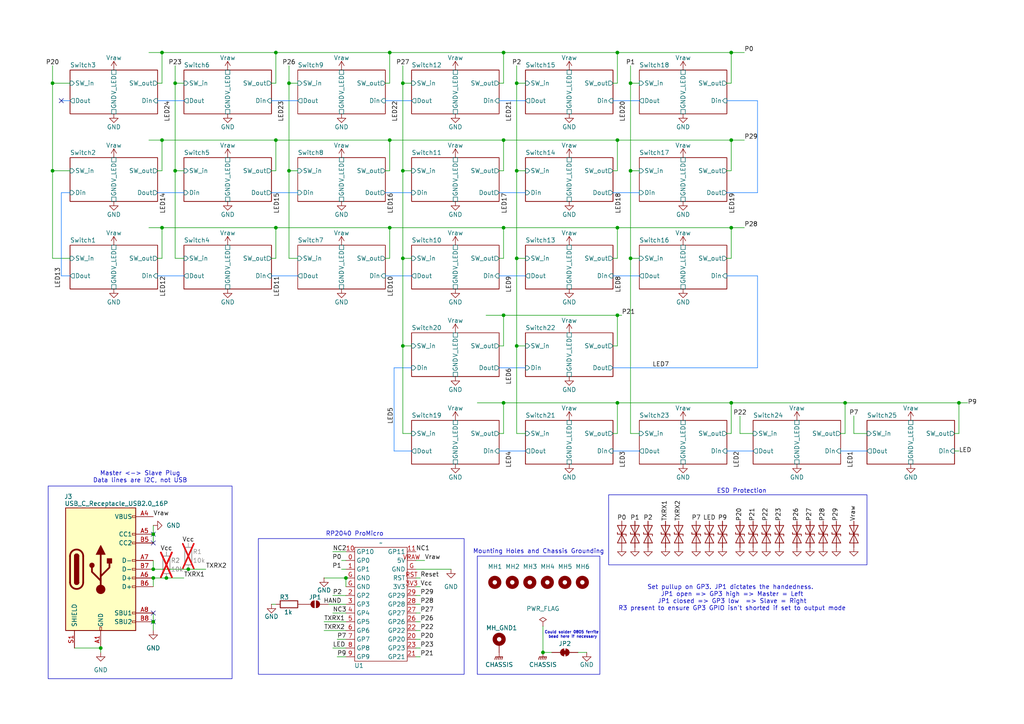
<source format=kicad_sch>
(kicad_sch (version 20231120) (generator "eeschema") (generator_version "8.0")
  (paper "A4")
  (junction (at 15.24 24.13))
  (junction (at 146.05 66.04))
  (junction (at 212.09 66.04))
  (junction (at 245.11 116.84))
  (junction (at 182.88 24.13))
  (junction (at 149.86 24.13))
  (junction (at 116.84 100.33))
  (junction (at 146.05 91.44))
  (junction (at 179.07 91.44))
  (junction (at 15.24 49.53))
  (junction (at 157.48 189.23))
  (junction (at 116.84 74.93))
  (junction (at 29.21 187.96))
  (junction (at 44.45 167.64))
  (junction (at 179.07 40.64))
  (junction (at 212.09 40.64))
  (junction (at 80.01 40.64))
  (junction (at 44.45 154.94))
  (junction (at 50.8 49.53))
  (junction (at 113.03 66.04))
  (junction (at 83.82 49.53))
  (junction (at 179.07 15.24))
  (junction (at 212.09 116.84))
  (junction (at 212.09 15.24))
  (junction (at 46.99 40.64))
  (junction (at 54.61 165.1))
  (junction (at 46.99 66.04))
  (junction (at 83.82 24.13))
  (junction (at 146.05 15.24))
  (junction (at 149.86 100.33))
  (junction (at 80.01 15.24))
  (junction (at 182.88 74.93))
  (junction (at 116.84 49.53))
  (junction (at 146.05 116.84))
  (junction (at 80.01 66.04))
  (junction (at 100.33 167.64))
  (junction (at 179.07 116.84))
  (junction (at 179.07 66.04))
  (junction (at 146.05 40.64))
  (junction (at 149.86 74.93))
  (junction (at 44.45 165.1))
  (junction (at 44.45 180.34))
  (junction (at 278.13 116.84))
  (junction (at 46.99 15.24))
  (junction (at 48.26 167.64))
  (junction (at 149.86 49.53))
  (junction (at 113.03 40.64))
  (junction (at 50.8 24.13))
  (junction (at 116.84 24.13))
  (junction (at 182.88 49.53))
  (junction (at 113.03 15.24))
  (no_connect (at 44.45 177.8))
  (no_connect (at 44.45 154.94))
  (no_connect (at 44.45 157.48))
  (no_connect (at 44.45 180.34))
  (no_connect (at 17.78 29.21))
  (wire (pts (xy 93.98 167.64) (xy 100.33 167.64)))
  (wire (pts (xy 182.88 74.93) (xy 185.42 74.93)))
  (wire (pts (xy 46.99 49.53) (xy 46.99 40.64)))
  (wire (pts (xy 121.92 175.26) (xy 120.65 175.26)))
  (wire (pts (xy 96.52 187.96) (xy 100.33 187.96)))
  (wire (pts (xy 99.06 162.56) (xy 100.33 162.56)))
  (wire (pts (xy 243.84 125.73) (xy 245.11 125.73)))
  (wire (pts (xy 78.74 175.26) (xy 80.01 175.26)))
  (wire (pts (xy 46.99 66.04) (xy 80.01 66.04)))
  (wire (pts (xy 121.92 177.8) (xy 120.65 177.8)))
  (wire (pts (xy 93.98 182.88) (xy 100.33 182.88)))
  (wire (pts (xy 210.82 130.81) (xy 218.44 130.81)) (stroke (width 0) (color 3 116 255 1)))
  (wire (pts (xy 121.92 180.34) (xy 120.65 180.34)))
  (wire (pts (xy 146.05 100.33) (xy 146.05 91.44)))
  (wire (pts (xy 80.01 24.13) (xy 80.01 15.24)))
  (wire (pts (xy 214.63 120.65) (xy 214.63 125.73)))
  (wire (pts (xy 149.86 100.33) (xy 152.4 100.33)))
  (wire (pts (xy 177.8 80.01) (xy 185.42 80.01)) (stroke (width 0) (color 3 116 255 1)))
  (wire (pts (xy 149.86 19.05) (xy 149.86 24.13)))
  (wire (pts (xy 182.88 74.93) (xy 182.88 125.73)))
  (wire (pts (xy 111.76 55.88) (xy 119.38 55.88)) (stroke (width 0) (color 3 116 255 1)))
  (wire (pts (xy 245.11 125.73) (xy 245.11 116.84)))
  (wire (pts (xy 167.64 189.23) (xy 170.18 189.23)))
  (wire (pts (xy 144.78 24.13) (xy 146.05 24.13)))
  (wire (pts (xy 50.8 24.13) (xy 53.34 24.13)))
  (wire (pts (xy 116.84 24.13) (xy 116.84 49.53)))
  (wire (pts (xy 45.72 24.13) (xy 46.99 24.13)))
  (wire (pts (xy 78.74 49.53) (xy 80.01 49.53)))
  (wire (pts (xy 45.72 80.01) (xy 53.34 80.01)) (stroke (width 0) (color 3 116 255 1)))
  (wire (pts (xy 44.45 165.1) (xy 54.61 165.1)))
  (wire (pts (xy 149.86 24.13) (xy 152.4 24.13)))
  (wire (pts (xy 182.88 19.05) (xy 182.88 24.13)))
  (wire (pts (xy 144.78 80.01) (xy 152.4 80.01)) (stroke (width 0) (color 3 116 255 1)))
  (wire (pts (xy 210.82 55.88) (xy 219.71 55.88)) (stroke (width 0) (color 3 116 255 1)))
  (wire (pts (xy 111.76 74.93) (xy 113.03 74.93)))
  (wire (pts (xy 212.09 116.84) (xy 245.11 116.84)))
  (wire (pts (xy 179.07 100.33) (xy 179.07 91.44)))
  (wire (pts (xy 182.88 125.73) (xy 185.42 125.73)))
  (wire (pts (xy 96.52 177.8) (xy 100.33 177.8)))
  (wire (pts (xy 44.45 154.94) (xy 44.45 157.48)))
  (wire (pts (xy 149.86 125.73) (xy 152.4 125.73)))
  (wire (pts (xy 149.86 24.13) (xy 149.86 49.53)))
  (wire (pts (xy 111.76 24.13) (xy 113.03 24.13)))
  (wire (pts (xy 179.07 74.93) (xy 179.07 66.04)))
  (wire (pts (xy 212.09 49.53) (xy 212.09 40.64)))
  (wire (pts (xy 80.01 74.93) (xy 80.01 66.04)))
  (wire (pts (xy 46.99 40.64) (xy 80.01 40.64)))
  (wire (pts (xy 146.05 24.13) (xy 146.05 15.24)))
  (wire (pts (xy 144.78 100.33) (xy 146.05 100.33)))
  (wire (pts (xy 119.38 130.81) (xy 114.3 130.81)) (stroke (width 0) (color 3 116 255 1)))
  (wire (pts (xy 45.72 74.93) (xy 46.99 74.93)))
  (wire (pts (xy 146.05 15.24) (xy 179.07 15.24)))
  (wire (pts (xy 146.05 66.04) (xy 179.07 66.04)))
  (wire (pts (xy 182.88 49.53) (xy 182.88 74.93)))
  (wire (pts (xy 80.01 66.04) (xy 113.03 66.04)))
  (wire (pts (xy 80.01 49.53) (xy 80.01 40.64)))
  (wire (pts (xy 29.21 189.23) (xy 29.21 187.96)))
  (wire (pts (xy 83.82 49.53) (xy 86.36 49.53)))
  (wire (pts (xy 144.78 130.81) (xy 152.4 130.81)) (stroke (width 0) (color 3 116 255 1)))
  (wire (pts (xy 113.03 24.13) (xy 113.03 15.24)))
  (wire (pts (xy 177.8 130.81) (xy 185.42 130.81)) (stroke (width 0) (color 3 116 255 1)))
  (wire (pts (xy 210.82 74.93) (xy 212.09 74.93)))
  (wire (pts (xy 83.82 24.13) (xy 83.82 49.53)))
  (wire (pts (xy 121.92 170.18) (xy 120.65 170.18)))
  (wire (pts (xy 179.07 116.84) (xy 212.09 116.84)))
  (wire (pts (xy 179.07 24.13) (xy 179.07 15.24)))
  (wire (pts (xy 116.84 125.73) (xy 119.38 125.73)))
  (wire (pts (xy 278.13 125.73) (xy 278.13 116.84)))
  (wire (pts (xy 113.03 66.04) (xy 146.05 66.04)))
  (wire (pts (xy 144.78 106.68) (xy 152.4 106.68)) (stroke (width 0) (color 3 116 255 1)))
  (wire (pts (xy 219.71 55.88) (xy 219.71 29.21)) (stroke (width 0) (color 3 116 255 1)))
  (wire (pts (xy 247.65 120.65) (xy 247.65 125.73)))
  (wire (pts (xy 44.45 167.64) (xy 44.45 170.18)))
  (wire (pts (xy 120.65 165.1) (xy 130.81 165.1)))
  (wire (pts (xy 29.21 187.96) (xy 21.59 187.96)))
  (wire (pts (xy 111.76 29.21) (xy 119.38 29.21)) (stroke (width 0) (color 3 116 255 1)))
  (wire (pts (xy 243.84 130.81) (xy 251.46 130.81)) (stroke (width 0) (color 3 116 255 1)))
  (wire (pts (xy 177.8 49.53) (xy 179.07 49.53)))
  (wire (pts (xy 116.84 49.53) (xy 119.38 49.53)))
  (wire (pts (xy 78.74 74.93) (xy 80.01 74.93)))
  (wire (pts (xy 78.74 24.13) (xy 80.01 24.13)))
  (wire (pts (xy 214.63 125.73) (xy 218.44 125.73)))
  (wire (pts (xy 121.92 172.72) (xy 120.65 172.72)))
  (wire (pts (xy 17.78 29.21) (xy 20.32 29.21)) (stroke (width 0) (color 3 116 255 1)))
  (wire (pts (xy 149.86 49.53) (xy 149.86 74.93)))
  (wire (pts (xy 146.05 74.93) (xy 146.05 66.04)))
  (wire (pts (xy 83.82 49.53) (xy 83.82 74.93)))
  (wire (pts (xy 99.06 165.1) (xy 100.33 165.1)))
  (wire (pts (xy 113.03 40.64) (xy 146.05 40.64)))
  (wire (pts (xy 182.88 49.53) (xy 185.42 49.53)))
  (wire (pts (xy 116.84 49.53) (xy 116.84 74.93)))
  (wire (pts (xy 182.88 24.13) (xy 182.88 49.53)))
  (wire (pts (xy 116.84 74.93) (xy 116.84 100.33)))
  (wire (pts (xy 78.74 55.88) (xy 86.36 55.88)) (stroke (width 0) (color 3 116 255 1)))
  (wire (pts (xy 177.8 24.13) (xy 179.07 24.13)))
  (wire (pts (xy 210.82 125.73) (xy 212.09 125.73)))
  (wire (pts (xy 146.05 40.64) (xy 179.07 40.64)))
  (wire (pts (xy 212.09 40.64) (xy 215.9 40.64)))
  (wire (pts (xy 46.99 15.24) (xy 80.01 15.24)))
  (wire (pts (xy 276.86 125.73) (xy 278.13 125.73)))
  (wire (pts (xy 48.26 167.64) (xy 53.34 167.64)))
  (wire (pts (xy 116.84 24.13) (xy 119.38 24.13)))
  (wire (pts (xy 45.72 55.88) (xy 53.34 55.88)) (stroke (width 0) (color 3 116 255 1)))
  (wire (pts (xy 50.8 49.53) (xy 50.8 74.93)))
  (wire (pts (xy 179.07 15.24) (xy 212.09 15.24)))
  (wire (pts (xy 50.8 74.93) (xy 53.34 74.93)))
  (wire (pts (xy 157.48 181.61) (xy 157.48 189.23)))
  (wire (pts (xy 177.8 100.33) (xy 179.07 100.33)))
  (wire (pts (xy 59.69 165.1) (xy 54.61 165.1)))
  (wire (pts (xy 212.09 66.04) (xy 215.9 66.04)))
  (wire (pts (xy 17.78 55.88) (xy 20.32 55.88)) (stroke (width 0) (color 3 116 255 1)))
  (wire (pts (xy 78.74 29.21) (xy 86.36 29.21)) (stroke (width 0) (color 3 116 255 1)))
  (wire (pts (xy 144.78 49.53) (xy 146.05 49.53)))
  (wire (pts (xy 245.11 116.84) (xy 278.13 116.84)))
  (wire (pts (xy 177.8 74.93) (xy 179.07 74.93)))
  (wire (pts (xy 100.33 167.64) (xy 100.33 170.18)))
  (wire (pts (xy 210.82 49.53) (xy 212.09 49.53)))
  (wire (pts (xy 43.18 40.64) (xy 46.99 40.64)))
  (wire (pts (xy 219.71 29.21) (xy 210.82 29.21)) (stroke (width 0) (color 3 116 255 1)))
  (wire (pts (xy 15.24 24.13) (xy 15.24 49.53)))
  (wire (pts (xy 43.18 15.24) (xy 46.99 15.24)))
  (wire (pts (xy 144.78 55.88) (xy 152.4 55.88)) (stroke (width 0) (color 3 116 255 1)))
  (wire (pts (xy 83.82 24.13) (xy 86.36 24.13)))
  (wire (pts (xy 212.09 125.73) (xy 212.09 116.84)))
  (wire (pts (xy 15.24 49.53) (xy 20.32 49.53)))
  (wire (pts (xy 182.88 24.13) (xy 185.42 24.13)))
  (wire (pts (xy 44.45 165.1) (xy 44.45 162.56)))
  (wire (pts (xy 121.92 190.5) (xy 120.65 190.5)))
  (wire (pts (xy 114.3 130.81) (xy 114.3 106.68)) (stroke (width 0) (color 3 116 255 1)))
  (wire (pts (xy 15.24 24.13) (xy 20.32 24.13)))
  (wire (pts (xy 114.3 106.68) (xy 119.38 106.68)) (stroke (width 0) (color 3 116 255 1)))
  (wire (pts (xy 140.97 91.44) (xy 146.05 91.44)))
  (wire (pts (xy 212.09 24.13) (xy 212.09 15.24)))
  (wire (pts (xy 146.05 91.44) (xy 179.07 91.44)))
  (wire (pts (xy 219.71 106.68) (xy 219.71 80.01)) (stroke (width 0) (color 3 116 255 1)))
  (wire (pts (xy 149.86 74.93) (xy 152.4 74.93)))
  (wire (pts (xy 111.76 49.53) (xy 113.03 49.53)))
  (wire (pts (xy 113.03 49.53) (xy 113.03 40.64)))
  (wire (pts (xy 93.98 180.34) (xy 100.33 180.34)))
  (wire (pts (xy 50.8 19.05) (xy 50.8 24.13)))
  (wire (pts (xy 157.48 189.23) (xy 160.02 189.23)))
  (wire (pts (xy 149.86 49.53) (xy 152.4 49.53)))
  (wire (pts (xy 45.72 49.53) (xy 46.99 49.53)))
  (wire (pts (xy 80.01 15.24) (xy 113.03 15.24)))
  (wire (pts (xy 144.78 29.21) (xy 152.4 29.21)) (stroke (width 0) (color 3 116 255 1)))
  (wire (pts (xy 179.07 49.53) (xy 179.07 40.64)))
  (wire (pts (xy 83.82 74.93) (xy 86.36 74.93)))
  (wire (pts (xy 144.78 125.73) (xy 146.05 125.73)))
  (wire (pts (xy 179.07 91.44) (xy 180.34 91.44)))
  (wire (pts (xy 17.78 80.01) (xy 17.78 55.88)) (stroke (width 0) (color 3 116 255 1)))
  (wire (pts (xy 97.79 185.42) (xy 100.33 185.42)))
  (wire (pts (xy 247.65 125.73) (xy 251.46 125.73)))
  (wire (pts (xy 15.24 74.93) (xy 20.32 74.93)))
  (wire (pts (xy 97.79 190.5) (xy 100.33 190.5)))
  (wire (pts (xy 121.92 167.64) (xy 120.65 167.64)))
  (wire (pts (xy 177.8 55.88) (xy 185.42 55.88)) (stroke (width 0) (color 3 116 255 1)))
  (wire (pts (xy 111.76 80.01) (xy 119.38 80.01)) (stroke (width 0) (color 3 116 255 1)))
  (wire (pts (xy 146.05 116.84) (xy 179.07 116.84)))
  (wire (pts (xy 121.92 187.96) (xy 120.65 187.96)))
  (wire (pts (xy 219.71 80.01) (xy 210.82 80.01)) (stroke (width 0) (color 3 116 255 1)))
  (wire (pts (xy 113.03 74.93) (xy 113.03 66.04)))
  (wire (pts (xy 278.13 116.84) (xy 280.67 116.84)))
  (wire (pts (xy 149.86 74.93) (xy 149.86 100.33)))
  (wire (pts (xy 80.01 40.64) (xy 113.03 40.64)))
  (wire (pts (xy 45.72 29.21) (xy 53.34 29.21)) (stroke (width 0) (color 3 116 255 1)))
  (wire (pts (xy 212.09 74.93) (xy 212.09 66.04)))
  (wire (pts (xy 44.45 177.8) (xy 44.45 180.34)))
  (wire (pts (xy 50.8 49.53) (xy 53.34 49.53)))
  (wire (pts (xy 46.99 74.93) (xy 46.99 66.04)))
  (wire (pts (xy 146.05 125.73) (xy 146.05 116.84)))
  (wire (pts (xy 212.09 15.24) (xy 215.9 15.24)))
  (wire (pts (xy 96.52 172.72) (xy 100.33 172.72)))
  (wire (pts (xy 113.03 15.24) (xy 146.05 15.24)))
  (wire (pts (xy 15.24 49.53) (xy 15.24 74.93)))
  (wire (pts (xy 278.13 130.81) (xy 276.86 130.81)))
  (wire (pts (xy 144.78 74.93) (xy 146.05 74.93)))
  (wire (pts (xy 44.45 167.64) (xy 48.26 167.64)))
  (wire (pts (xy 116.84 100.33) (xy 119.38 100.33)))
  (wire (pts (xy 95.25 175.26) (xy 100.33 175.26)))
  (wire (pts (xy 43.18 66.04) (xy 46.99 66.04)))
  (wire (pts (xy 44.45 180.34) (xy 44.45 182.88)))
  (wire (pts (xy 210.82 24.13) (xy 212.09 24.13)))
  (wire (pts (xy 78.74 80.01) (xy 86.36 80.01)) (stroke (width 0) (color 3 116 255 1)))
  (wire (pts (xy 121.92 185.42) (xy 120.65 185.42)))
  (wire (pts (xy 179.07 125.73) (xy 179.07 116.84)))
  (wire (pts (xy 177.8 125.73) (xy 179.07 125.73)))
  (wire (pts (xy 96.52 160.02) (xy 100.33 160.02)))
  (wire (pts (xy 177.8 29.21) (xy 185.42 29.21)) (stroke (width 0) (color 3 116 255 1)))
  (wire (pts (xy 20.32 80.01) (xy 17.78 80.01)) (stroke (width 0) (color 3 116 255 1)))
  (wire (pts (xy 50.8 24.13) (xy 50.8 49.53)))
  (wire (pts (xy 116.84 19.05) (xy 116.84 24.13)))
  (wire (pts (xy 179.07 66.04) (xy 212.09 66.04)))
  (wire (pts (xy 15.24 19.05) (xy 15.24 24.13)))
  (wire (pts (xy 83.82 19.05) (xy 83.82 24.13)))
  (wire (pts (xy 123.19 162.56) (xy 120.65 162.56)))
  (wire (pts (xy 44.45 152.4) (xy 44.45 154.94)))
  (wire (pts (xy 146.05 49.53) (xy 146.05 40.64)))
  (wire (pts (xy 149.86 100.33) (xy 149.86 125.73)))
  (wire (pts (xy 46.99 24.13) (xy 46.99 15.24)))
  (wire (pts (xy 179.07 40.64) (xy 212.09 40.64)))
  (wire (pts (xy 121.92 182.88) (xy 120.65 182.88)))
  (wire (pts (xy 138.43 116.84) (xy 146.05 116.84)))
  (wire (pts (xy 116.84 74.93) (xy 119.38 74.93)))
  (wire (pts (xy 116.84 100.33) (xy 116.84 125.73)))
  (wire (pts (xy 177.8 106.68) (xy 219.71 106.68)) (stroke (width 0) (color 3 116 255 1)))
  (rectangle (start 74.93 156.21) (end 134.62 195.58))
  (rectangle (start 176.53 143.51) (end 251.46 163.83))
  (rectangle (start 138.43 161.29) (end 173.99 195.58))
  (rectangle (start 13.97 140.97) (end 67.31 196.85))
  (text "Could solder 0805 ferrite \nbead here if necessary" (at 166.116 184.15 0) (effects (font (size 0.8 0.8))))
  (text "Mounting Holes and Chassis Grounding" (at 156.21 160.02 0) (effects (font (size 1.27 1.27))))
  (text "RP2040 ProMicro" (at 102.87 154.94 0) (effects (font (size 1.27 1.27))))
  (text "Master <-> Slave Plug\nData lines are I2C, not USB" (at 40.64 138.43 0) (effects (font (size 1.27 1.27))))
  (text "ESD Protection" (at 215.138 142.494 0) (effects (font (size 1.27 1.27))))
  (text "Set pullup on GP3. JP1 dictates the handedness. \nJP1 open => GP3 high => Master = Left\nJP1 closed => GP3 low  => Slave = Right\nR3 present to ensure GP3 GPIO isn't shorted if set to output mode" (at 212.344 173.482 0) (effects (font (size 1.27 1.27))))
  (label "LED20" (at 181.61 29.21 270))
  (label "P7" (at 201.93 151.13 0))
  (label "P21" (at 180.34 91.44 0))
  (label "LED24" (at 49.53 29.21 270))
  (label "LED5" (at 114.3 118.11 270))
  (label "LED" (at 96.52 187.96 0))
  (label "P21" (at 218.44 151.13 90))
  (label "Vraw" (at 247.65 151.13 90))
  (label "P20" (at 15.24 19.05 0))
  (label "LED14" (at 48.26 55.88 270))
  (label "P29" (at 121.92 172.72 0))
  (label "P26" (at 83.82 19.05 0))
  (label "P23" (at 50.8 19.05 0))
  (label "P28" (at 215.9 66.04 0))
  (label "LED2" (at 214.63 130.81 270))
  (label "LED15" (at 81.28 55.88 270))
  (label "LED19" (at 213.36 55.88 270))
  (label "TXRX2" (at 59.69 165.1 0))
  (label "LED11" (at 81.28 80.01 270))
  (label "LED18" (at 180.34 55.88 270))
  (label "P20" (at 121.92 185.42 0))
  (label "NC1" (at 120.65 160.02 0))
  (label "LED3" (at 181.61 130.81 270))
  (label "P0" (at 180.34 151.13 0))
  (label "LED8" (at 180.34 80.01 270))
  (label "LED10" (at 114.3 80.01 270))
  (label "LED" (at 278.13 130.81 0))
  (label "P27" (at 234.95 151.13 90))
  (label "LED6" (at 148.59 106.68 270))
  (label "NC3" (at 96.52 177.8 0))
  (label "LED1" (at 247.65 130.81 270))
  (label "P26" (at 231.14 151.13 90))
  (label "LED12" (at 48.26 80.01 270))
  (label "LED" (at 205.74 151.13 0))
  (label "P28" (at 121.92 175.26 0))
  (label "TXRX1" (at 193.04 151.13 90))
  (label "P0" (at 215.9 15.24 0))
  (label "P7" (at 97.79 185.42 0))
  (label "LED23" (at 82.55 29.21 270))
  (label "P27" (at 121.92 177.8 0))
  (label "LED21" (at 148.59 29.21 270))
  (label "P9" (at 280.67 116.84 0))
  (label "LED17" (at 147.32 55.88 270))
  (label "P20" (at 214.63 151.13 90))
  (label "P28" (at 238.76 151.13 90))
  (label "TXRX1" (at 53.34 167.64 0))
  (label "HAND" (at 99.06 175.26 180))
  (label "P7" (at 247.65 120.65 0))
  (label "P22" (at 121.92 182.88 0))
  (label "P2" (at 149.86 19.05 0))
  (label "P22" (at 214.63 120.65 0))
  (label "LED13" (at 17.78 77.47 270))
  (label "P9" (at 209.55 151.13 0))
  (label "P1" (at 99.06 165.1 180))
  (label "TXRX1" (at 93.98 180.34 0))
  (label "Vcc" (at 121.92 170.18 0))
  (label "P2" (at 96.52 172.72 0))
  (label "LED4" (at 148.59 130.81 270))
  (label "P26" (at 121.92 180.34 0))
  (label "P2" (at 187.96 151.13 0))
  (label "LED9" (at 148.59 80.01 270))
  (label "P1" (at 184.15 151.13 0))
  (label "P29" (at 215.9 40.64 0))
  (label "LED16" (at 114.3 55.88 270))
  (label "P23" (at 226.06 151.13 90))
  (label "TXRX2" (at 93.98 182.88 0))
  (label "P0" (at 99.06 162.56 180))
  (label "Vcc" (at 54.61 157.48 0))
  (label "P21" (at 121.92 190.5 0))
  (label "TXRX2" (at 196.85 151.13 90))
  (label "P27" (at 116.84 19.05 0))
  (label "LED7" (at 189.23 106.68 0))
  (label "Reset" (at 121.92 167.64 0))
  (label "NC2" (at 96.52 160.02 0))
  (label "P23" (at 121.92 187.96 0))
  (label "Vraw" (at 123.19 162.56 0))
  (label "Vcc" (at 48.26 160.02 0))
  (label "P22" (at 222.25 151.13 90))
  (label "LED22" (at 115.57 29.21 270))
  (label "P29" (at 242.57 151.13 90))
  (label "P9" (at 97.79 190.5 0))
  (label "Vraw" (at 44.45 149.86 0))
  (label "P1" (at 182.88 19.05 0))
  (symbol (lib_id "power:GND") (at 180.34 158.75 0) (unit 1)
    (property "Reference" "#PWR055" (effects (hide yes)))
    (property "Value" "GND" (effects (hide yes)))
    (property "Description" "Power symbol creates a global label with name \"GND\" , ground" (effects (hide yes)))
  )
  (symbol (lib_id "Mechanical:MountingHole") (at 158.75 168.91 0) (unit 1) (exclude_from_sim yes) (in_bom no)
    (property "Reference" "MH4" (at 156.718 164.338 0) (effects (justify left)))
    (property "Value" "MountingHole_Pad" (effects (hide yes)))
    (property "Footprint" "MountingHole:MountingHole_3mm_Pad_Via" (effects (hide yes)))
    (property "Description" "Mounting Hole without connection" (effects (hide yes)))
  )
  (symbol (lib_id "Mechanical:MountingHole") (at 143.51 168.91 0) (unit 1) (exclude_from_sim yes) (in_bom no)
    (property "Reference" "MH1" (at 141.478 164.338 0) (effects (justify left)))
    (property "Value" "MountingHole_Pad" (effects (hide yes)))
    (property "Footprint" "MountingHole:MountingHole_3mm_Pad_Via" (effects (hide yes)))
    (property "Description" "Mounting Hole without connection" (effects (hide yes)))
  )
  (symbol (lib_id "power:VCC") (at 132.08 45.72 0) (unit 1)
    (property "Reference" "#PWR024" (effects (hide yes)))
    (property "Value" "Vraw" (at 132.08 42.164 0))
    (property "Description" "Power symbol creates a global label with name \"VCC\"" (effects (hide yes)))
  )
  (symbol (lib_id "Diode:ESD9B3.3ST5G") (at 226.06 154.94 90) (unit 1)
    (property "Reference" "D37" (effects (hide yes)))
    (property "Value" "ESD5Z5.0C" (effects (hide yes)))
    (property "Footprint" "Diode_SMD:D_SOD-523" (effects (hide yes)))
    (property "Datasheet" "https://www.onsemi.com/pub/Collateral/ESD9B-D.PDF" (effects (hide yes)))
    (property "Description" "ESD protection diode, 5Vrwm, SOD-523" (effects (hide yes)))
  )
  (symbol (lib_id "power:GND") (at 264.16 134.62 0) (unit 1)
    (property "Reference" "#PWR053" (effects (hide yes)))
    (property "Value" "GND" (at 264.16 138.43 0))
    (property "Description" "Power symbol creates a global label with name \"GND\" , ground" (effects (hide yes)))
  )
  (symbol (lib_id "power:GND") (at 99.06 83.82 0) (unit 1)
    (property "Reference" "#PWR017" (effects (hide yes)))
    (property "Value" "GND" (at 99.06 87.63 0))
    (property "Description" "Power symbol creates a global label with name \"GND\" , ground" (effects (hide yes)))
  )
  (symbol (lib_id "power:VCC") (at 198.12 20.32 0) (unit 1)
    (property "Reference" "#PWR038" (effects (hide yes)))
    (property "Value" "Vraw" (at 198.12 16.764 0))
    (property "Description" "Power symbol creates a global label with name \"VCC\"" (effects (hide yes)))
  )
  (symbol (lib_id "power:VCC") (at 132.08 20.32 0) (unit 1)
    (property "Reference" "#PWR026" (effects (hide yes)))
    (property "Value" "Vraw" (at 132.08 16.764 0))
    (property "Description" "Power symbol creates a global label with name \"VCC\"" (effects (hide yes)))
  )
  (symbol (lib_id "power:VCC") (at 198.12 121.92 0) (unit 1)
    (property "Reference" "#PWR048" (effects (hide yes)))
    (property "Value" "Vraw" (at 198.12 118.364 0))
    (property "Description" "Power symbol creates a global label with name \"VCC\"" (effects (hide yes)))
  )
  (symbol (lib_id "Diode:ESD9B3.3ST5G") (at 231.14 154.94 90) (unit 1)
    (property "Reference" "D38" (effects (hide yes)))
    (property "Value" "ESD5Z5.0C" (effects (hide yes)))
    (property "Footprint" "Diode_SMD:D_SOD-523" (effects (hide yes)))
    (property "Datasheet" "https://www.onsemi.com/pub/Collateral/ESD9B-D.PDF" (effects (hide yes)))
    (property "Description" "ESD protection diode, 5Vrwm, SOD-523" (effects (hide yes)))
  )
  (symbol (lib_id "power:VCC") (at 99.06 45.72 0) (unit 1)
    (property "Reference" "#PWR018" (effects (hide yes)))
    (property "Value" "Vraw" (at 99.06 42.164 0))
    (property "Description" "Power symbol creates a global label with name \"VCC\"" (effects (hide yes)))
  )
  (symbol (lib_id "power:GND") (at 198.12 83.82 0) (unit 1)
    (property "Reference" "#PWR035" (effects (hide yes)))
    (property "Value" "GND" (at 198.12 87.63 0))
    (property "Description" "Power symbol creates a global label with name \"GND\" , ground" (effects (hide yes)))
  )
  (symbol (lib_id "power:GND") (at 218.44 158.75 0) (unit 1)
    (property "Reference" "#PWR064" (effects (hide yes)))
    (property "Value" "GND" (effects (hide yes)))
    (property "Description" "Power symbol creates a global label with name \"GND\" , ground" (effects (hide yes)))
  )
  (symbol (lib_id "Diode:ESD9B3.3ST5G") (at 184.15 154.94 90) (unit 1)
    (property "Reference" "D27" (effects (hide yes)))
    (property "Value" "ESD5Z5.0C" (effects (hide yes)))
    (property "Footprint" "Diode_SMD:D_SOD-523" (effects (hide yes)))
    (property "Datasheet" "https://www.onsemi.com/pub/Collateral/ESD9B-D.PDF" (effects (hide yes)))
    (property "Description" "ESD protection diode, 5Vrwm, SOD-523" (effects (hide yes)))
  )
  (symbol (lib_id "power:GND") (at 196.85 158.75 0) (unit 1)
    (property "Reference" "#PWR059" (effects (hide yes)))
    (property "Value" "GND" (effects (hide yes)))
    (property "Description" "Power symbol creates a global label with name \"GND\" , ground" (effects (hide yes)))
  )
  (symbol (lib_id "power:GND") (at 99.06 33.02 0) (unit 1)
    (property "Reference" "#PWR021" (effects (hide yes)))
    (property "Value" "GND" (at 99.06 36.83 0))
    (property "Description" "Power symbol creates a global label with name \"GND\" , ground" (effects (hide yes)))
  )
  (symbol (lib_id "power:GND") (at 66.04 33.02 0) (unit 1)
    (property "Reference" "#PWR015" (effects (hide yes)))
    (property "Value" "GND" (at 66.04 36.83 0))
    (property "Description" "Power symbol creates a global label with name \"GND\" , ground" (effects (hide yes)))
  )
  (symbol (lib_id "Device:R") (at 54.61 161.29 0) (unit 1) (dnp yes)
    (property "Reference" "R1" (at 55.88 160.02 0) (effects (justify left)))
    (property "Value" "10k" (at 55.88 162.56 0) (effects (justify left)))
    (property "Footprint" "Resistor_SMD:R_0805_2012Metric_Pad1.20x1.40mm_HandSolder" (effects (hide yes)))
    (property "Description" "Resistor" (effects (hide yes)))
  )
  (symbol (lib_id "Diode:ESD9B3.3ST5G") (at 218.44 154.94 90) (unit 1)
    (property "Reference" "D35" (effects (hide yes)))
    (property "Value" "ESD5Z5.0C" (effects (hide yes)))
    (property "Footprint" "Diode_SMD:D_SOD-523" (effects (hide yes)))
    (property "Datasheet" "https://www.onsemi.com/pub/Collateral/ESD9B-D.PDF" (effects (hide yes)))
    (property "Description" "ESD protection diode, 5Vrwm, SOD-523" (effects (hide yes)))
  )
  (symbol (lib_id "power:VCC") (at 198.12 71.12 0) (unit 1)
    (property "Reference" "#PWR034" (effects (hide yes)))
    (property "Value" "Vraw" (at 198.12 67.564 0))
    (property "Description" "Power symbol creates a global label with name \"VCC\"" (effects (hide yes)))
  )
  (symbol (lib_id "power:GND") (at 44.45 182.88 0) (unit 1)
    (property "Reference" "#PWR075" (effects (hide yes)))
    (property "Value" "GND" (at 44.45 187.96 0))
    (property "Description" "Power symbol creates a global label with name \"GND\" , ground" (effects (hide yes)))
  )
  (symbol (lib_id "Diode:ESD9B3.3ST5G") (at 214.63 154.94 90) (unit 1)
    (property "Reference" "D34" (effects (hide yes)))
    (property "Value" "ESD5Z5.0C" (effects (hide yes)))
    (property "Footprint" "Diode_SMD:D_SOD-523" (effects (hide yes)))
    (property "Datasheet" "https://www.onsemi.com/pub/Collateral/ESD9B-D.PDF" (effects (hide yes)))
    (property "Description" "ESD protection diode, 5Vrwm, SOD-523" (effects (hide yes)))
  )
  (symbol (lib_id "power:GND") (at 29.21 189.23 0) (unit 1)
    (property "Reference" "#PWR054" (effects (hide yes)))
    (property "Value" "GND" (at 29.21 194.31 0))
    (property "Description" "Power symbol creates a global label with name \"GND\" , ground" (effects (hide yes)))
  )
  (symbol (lib_id "power:VCC") (at 165.1 71.12 0) (unit 1)
    (property "Reference" "#PWR028" (effects (hide yes)))
    (property "Value" "Vraw" (at 165.1 67.564 0))
    (property "Description" "Power symbol creates a global label with name \"VCC\"" (effects (hide yes)))
  )
  (symbol (lib_id "power:GND") (at 165.1 134.62 0) (unit 1)
    (property "Reference" "#PWR045" (effects (hide yes)))
    (property "Value" "GND" (at 165.1 138.43 0))
    (property "Description" "Power symbol creates a global label with name \"GND\" , ground" (effects (hide yes)))
  )
  (symbol (lib_id "power:GND") (at 130.81 165.1 0) (unit 1)
    (property "Reference" "#PWR01" (effects (hide yes)))
    (property "Value" "GND" (at 130.81 170.18 0))
    (property "Description" "Power symbol creates a global label with name \"GND\" , ground" (effects (hide yes)))
  )
  (symbol (lib_id "RP2040ProMicro:RP2040ProMicro") (at 110.49 175.26 0) (unit 1)
    (property "Reference" "U1" (at 104.14 193.04 0))
    (property "Value" "~" (at 110.49 157.48 0))
    (property "Footprint" "RP2040ProMicroReversible:RP2040ProMicroCloneReversible" (effects (hide yes)))
  )
  (symbol (lib_id "power:GND") (at 33.02 83.82 0) (unit 1)
    (property "Reference" "#PWR04" (effects (hide yes)))
    (property "Value" "GND" (at 33.02 87.63 0))
    (property "Description" "Power symbol creates a global label with name \"GND\" , ground" (effects (hide yes)))
  )
  (symbol (lib_id "power:GND") (at 132.08 83.82 0) (unit 1)
    (property "Reference" "#PWR023" (effects (hide yes)))
    (property "Value" "GND" (at 132.08 87.63 0))
    (property "Description" "Power symbol creates a global label with name \"GND\" , ground" (effects (hide yes)))
  )
  (symbol (lib_id "Device:R") (at 83.82 175.26 90) (unit 1)
    (property "Reference" "R3" (at 83.82 173.228 90) (effects (justify left)))
    (property "Value" "1k" (at 84.836 177.546 90) (effects (justify left)))
    (property "Footprint" "Resistor_SMD:R_0805_2012Metric_Pad1.20x1.40mm_HandSolder" (effects (hide yes)))
    (property "Description" "Resistor" (effects (hide yes)))
  )
  (symbol (lib_id "power:VCC") (at 66.04 20.32 0) (unit 1)
    (property "Reference" "#PWR014" (effects (hide yes)))
    (property "Value" "Vraw" (at 66.04 16.764 0))
    (property "Description" "Power symbol creates a global label with name \"VCC\"" (effects (hide yes)))
  )
  (symbol (lib_id "power:VCC") (at 132.08 71.12 0) (unit 1)
    (property "Reference" "#PWR022" (effects (hide yes)))
    (property "Value" "Vraw" (at 132.08 67.564 0))
    (property "Description" "Power symbol creates a global label with name \"VCC\"" (effects (hide yes)))
  )
  (symbol (lib_id "power:GND") (at 93.98 167.64 0) (unit 1)
    (property "Reference" "#PWR02" (effects (hide yes)))
    (property "Value" "GND" (at 93.98 171.196 0))
    (property "Description" "Power symbol creates a global label with name \"GND\" , ground" (effects (hide yes)))
  )
  (symbol (lib_id "power:VCC") (at 33.02 20.32 0) (unit 1)
    (property "Reference" "#PWR07" (effects (hide yes)))
    (property "Value" "Vraw" (at 33.02 16.764 0))
    (property "Description" "Power symbol creates a global label with name \"VCC\"" (effects (hide yes)))
  )
  (symbol (lib_id "Diode:ESD9B3.3ST5G") (at 238.76 154.94 90) (unit 1)
    (property "Reference" "D40" (effects (hide yes)))
    (property "Value" "ESD5Z5.0C" (effects (hide yes)))
    (property "Footprint" "Diode_SMD:D_SOD-523" (effects (hide yes)))
    (property "Datasheet" "https://www.onsemi.com/pub/Collateral/ESD9B-D.PDF" (effects (hide yes)))
    (property "Description" "ESD protection diode, 5Vrwm, SOD-523" (effects (hide yes)))
  )
  (symbol (lib_id "power:GND") (at 66.04 58.42 0) (unit 1)
    (property "Reference" "#PWR013" (effects (hide yes)))
    (property "Value" "GND" (at 66.04 62.23 0))
    (property "Description" "Power symbol creates a global label with name \"GND\" , ground" (effects (hide yes)))
  )
  (symbol (lib_id "Jumper:SolderJumper_2_Open") (at 91.44 175.26 180) (unit 1) (exclude_from_sim yes) (in_bom no)
    (property "Reference" "JP1" (at 93.218 173.228 0) (effects (justify left)))
    (property "Value" "SolderJumper_2_Open" (effects (hide yes)))
    (property "Footprint" "Jumper:SolderJumper-2_P1.3mm_Open_RoundedPad1.0x1.5mm" (effects (hide yes)))
    (property "Description" "Solder Jumper, 2-pole, open" (effects (hide yes)))
  )
  (symbol (lib_id "power:VCC") (at 33.02 71.12 0) (unit 1)
    (property "Reference" "#PWR010" (effects (hide yes)))
    (property "Value" "Vraw" (at 33.02 67.564 0))
    (property "Description" "Power symbol creates a global label with name \"VCC\"" (effects (hide yes)))
  )
  (symbol (lib_id "power:VCC") (at 99.06 71.12 0) (unit 1)
    (property "Reference" "#PWR016" (effects (hide yes)))
    (property "Value" "Vraw" (at 99.06 67.564 0))
    (property "Description" "Power symbol creates a global label with name \"VCC\"" (effects (hide yes)))
  )
  (symbol (lib_id "power:GND") (at 132.08 134.62 0) (unit 1)
    (property "Reference" "#PWR041" (effects (hide yes)))
    (property "Value" "GND" (at 132.08 138.43 0))
    (property "Description" "Power symbol creates a global label with name \"GND\" , ground" (effects (hide yes)))
  )
  (symbol (lib_id "power:GND") (at 234.95 158.75 0) (unit 1)
    (property "Reference" "#PWR068" (effects (hide yes)))
    (property "Value" "GND" (effects (hide yes)))
    (property "Description" "Power symbol creates a global label with name \"GND\" , ground" (effects (hide yes)))
  )
  (symbol (lib_id "power:GND") (at 165.1 58.42 0) (unit 1)
    (property "Reference" "#PWR031" (effects (hide yes)))
    (property "Value" "GND" (at 165.1 62.23 0))
    (property "Description" "Power symbol creates a global label with name \"GND\" , ground" (effects (hide yes)))
  )
  (symbol (lib_id "power:GND") (at 231.14 134.62 0) (unit 1)
    (property "Reference" "#PWR051" (effects (hide yes)))
    (property "Value" "GND" (at 231.14 138.43 0))
    (property "Description" "Power symbol creates a global label with name \"GND\" , ground" (effects (hide yes)))
  )
  (symbol (lib_id "power:GND") (at 187.96 158.75 0) (unit 1)
    (property "Reference" "#PWR057" (effects (hide yes)))
    (property "Value" "GND" (effects (hide yes)))
    (property "Description" "Power symbol creates a global label with name \"GND\" , ground" (effects (hide yes)))
  )
  (symbol (lib_id "power:VCC") (at 66.04 45.72 0) (unit 1)
    (property "Reference" "#PWR012" (effects (hide yes)))
    (property "Value" "Vraw" (at 66.04 42.164 0))
    (property "Description" "Power symbol creates a global label with name \"VCC\"" (effects (hide yes)))
  )
  (symbol (lib_id "power:VCC") (at 165.1 96.52 0) (unit 1)
    (property "Reference" "#PWR046" (effects (hide yes)))
    (property "Value" "Vraw" (at 165.1 92.964 0))
    (property "Description" "Power symbol creates a global label with name \"VCC\"" (effects (hide yes)))
  )
  (symbol (lib_id "power:GNDPWR") (at 157.48 189.23 0) (unit 1)
    (property "Reference" "#PWR072" (effects (hide yes)))
    (property "Value" "CHASSIS" (at 157.48 192.786 0))
    (property "Description" "Power symbol creates a global label with name \"GNDPWR\" , global ground" (effects (hide yes)))
  )
  (symbol (lib_id "power:VCC") (at 165.1 121.92 0) (unit 1)
    (property "Reference" "#PWR044" (effects (hide yes)))
    (property "Value" "Vraw" (at 165.1 118.364 0))
    (property "Description" "Power symbol creates a global label with name \"VCC\"" (effects (hide yes)))
  )
  (symbol (lib_id "power:VCC") (at 99.06 20.32 0) (unit 1)
    (property "Reference" "#PWR020" (effects (hide yes)))
    (property "Value" "Vraw" (at 99.06 16.764 0))
    (property "Description" "Power symbol creates a global label with name \"VCC\"" (effects (hide yes)))
  )
  (symbol (lib_id "power:VCC") (at 33.02 45.72 0) (unit 1)
    (property "Reference" "#PWR05" (effects (hide yes)))
    (property "Value" "Vraw" (at 33.02 42.164 0))
    (property "Description" "Power symbol creates a global label with name \"VCC\"" (effects (hide yes)))
  )
  (symbol (lib_id "power:GND") (at 231.14 158.75 0) (unit 1)
    (property "Reference" "#PWR067" (effects (hide yes)))
    (property "Value" "GND" (effects (hide yes)))
    (property "Description" "Power symbol creates a global label with name \"GND\" , ground" (effects (hide yes)))
  )
  (symbol (lib_id "power:GND") (at 66.04 83.82 0) (unit 1)
    (property "Reference" "#PWR011" (effects (hide yes)))
    (property "Value" "GND" (at 66.04 87.63 0))
    (property "Description" "Power symbol creates a global label with name \"GND\" , ground" (effects (hide yes)))
  )
  (symbol (lib_id "power:VCC") (at 132.08 121.92 0) (unit 1)
    (property "Reference" "#PWR040" (effects (hide yes)))
    (property "Value" "Vraw" (at 132.08 118.364 0))
    (property "Description" "Power symbol creates a global label with name \"VCC\"" (effects (hide yes)))
  )
  (symbol (lib_id "Diode:ESD9B3.3ST5G") (at 196.85 154.94 90) (unit 1)
    (property "Reference" "D30" (effects (hide yes)))
    (property "Value" "ESD5Z5.0C" (effects (hide yes)))
    (property "Footprint" "Diode_SMD:D_SOD-523" (effects (hide yes)))
    (property "Datasheet" "https://www.onsemi.com/pub/Collateral/ESD9B-D.PDF" (effects (hide yes)))
    (property "Description" "ESD protection diode, 5Vrwm, SOD-523" (effects (hide yes)))
  )
  (symbol (lib_id "power:GND") (at 226.06 158.75 0) (unit 1)
    (property "Reference" "#PWR066" (effects (hide yes)))
    (property "Value" "GND" (effects (hide yes)))
    (property "Description" "Power symbol creates a global label with name \"GND\" , ground" (effects (hide yes)))
  )
  (symbol (lib_id "Diode:ESD9B3.3ST5G") (at 222.25 154.94 90) (unit 1)
    (property "Reference" "D36" (effects (hide yes)))
    (property "Value" "ESD5Z5.0C" (effects (hide yes)))
    (property "Footprint" "Diode_SMD:D_SOD-523" (effects (hide yes)))
    (property "Datasheet" "https://www.onsemi.com/pub/Collateral/ESD9B-D.PDF" (effects (hide yes)))
    (property "Description" "ESD protection diode, 5Vrwm, SOD-523" (effects (hide yes)))
  )
  (symbol (lib_id "Mechanical:MountingHole") (at 153.67 168.91 0) (unit 1) (exclude_from_sim yes) (in_bom no)
    (property "Reference" "MH3" (at 151.638 164.338 0) (effects (justify left)))
    (property "Value" "MountingHole_Pad" (effects (hide yes)))
    (property "Footprint" "MountingHole:MountingHole_3mm_Pad_Via" (effects (hide yes)))
    (property "Description" "Mounting Hole without connection" (effects (hide yes)))
  )
  (symbol (lib_id "Jumper:SolderJumper_2_Bridged") (at 163.83 189.23 0) (unit 1) (exclude_from_sim yes) (in_bom no)
    (property "Reference" "JP2" (at 163.83 186.69 0))
    (property "Value" "SolderJumper_2_Bridged" (effects (hide yes)))
    (property "Footprint" "Jumper:SolderJumper-2_P1.3mm_Bridged_RoundedPad1.0x1.5mm" (effects (hide yes)))
    (property "Description" "Solder Jumper, 2-pole, closed/bridged" (effects (hide yes)))
  )
  (symbol (lib_id "power:GND") (at 242.57 158.75 0) (unit 1)
    (property "Reference" "#PWR070" (effects (hide yes)))
    (property "Value" "GND" (effects (hide yes)))
    (property "Description" "Power symbol creates a global label with name \"GND\" , ground" (effects (hide yes)))
  )
  (symbol (lib_id "power:GND") (at 132.08 109.22 0) (unit 1)
    (property "Reference" "#PWR043" (effects (hide yes)))
    (property "Value" "GND" (at 132.08 113.03 0))
    (property "Description" "Power symbol creates a global label with name \"GND\" , ground" (effects (hide yes)))
  )
  (symbol (lib_id "Diode:ESD9B3.3ST5G") (at 201.93 154.94 90) (unit 1)
    (property "Reference" "D31" (effects (hide yes)))
    (property "Value" "ESD5Z5.0C" (effects (hide yes)))
    (property "Footprint" "Diode_SMD:D_SOD-523" (effects (hide yes)))
    (property "Datasheet" "https://www.onsemi.com/pub/Collateral/ESD9B-D.PDF" (effects (hide yes)))
    (property "Description" "ESD protection diode, 5Vrwm, SOD-523" (effects (hide yes)))
  )
  (symbol (lib_id "Diode:ESD9B3.3ST5G") (at 187.96 154.94 90) (unit 1)
    (property "Reference" "D28" (effects (hide yes)))
    (property "Value" "ESD5Z5.0C" (effects (hide yes)))
    (property "Footprint" "Diode_SMD:D_SOD-523" (effects (hide yes)))
    (property "Datasheet" "https://www.onsemi.com/pub/Collateral/ESD9B-D.PDF" (effects (hide yes)))
    (property "Description" "ESD protection diode, 5Vrwm, SOD-523" (effects (hide yes)))
  )
  (symbol (lib_id "Mechanical:MountingHole") (at 168.91 168.91 0) (unit 1) (exclude_from_sim yes) (in_bom no)
    (property "Reference" "MH6" (at 166.878 164.338 0) (effects (justify left)))
    (property "Value" "MountingHole_Pad" (effects (hide yes)))
    (property "Footprint" "MountingHole:MountingHole_3mm_Pad_Via" (effects (hide yes)))
    (property "Description" "Mounting Hole without connection" (effects (hide yes)))
  )
  (symbol (lib_id "power:VCC") (at 231.14 121.92 0) (unit 1)
    (property "Reference" "#PWR050" (effects (hide yes)))
    (property "Value" "Vraw" (at 231.14 118.364 0))
    (property "Description" "Power symbol creates a global label with name \"VCC\"" (effects (hide yes)))
  )
  (symbol (lib_id "power:GND") (at 132.08 33.02 0) (unit 1)
    (property "Reference" "#PWR027" (effects (hide yes)))
    (property "Value" "GND" (at 132.08 36.83 0))
    (property "Description" "Power symbol creates a global label with name \"GND\" , ground" (effects (hide yes)))
  )
  (symbol (lib_id "power:GND") (at 238.76 158.75 0) (unit 1)
    (property "Reference" "#PWR069" (effects (hide yes)))
    (property "Value" "GND" (effects (hide yes)))
    (property "Description" "Power symbol creates a global label with name \"GND\" , ground" (effects (hide yes)))
  )
  (symbol (lib_id "Diode:ESD9B3.3ST5G") (at 205.74 154.94 90) (unit 1)
    (property "Reference" "D32" (effects (hide yes)))
    (property "Value" "ESD5Z5.0C" (effects (hide yes)))
    (property "Footprint" "Diode_SMD:D_SOD-523" (effects (hide yes)))
    (property "Datasheet" "https://www.onsemi.com/pub/Collateral/ESD9B-D.PDF" (effects (hide yes)))
    (property "Description" "ESD protection diode, 5Vrwm, SOD-523" (effects (hide yes)))
  )
  (symbol (lib_id "power:GND") (at 165.1 83.82 0) (unit 1)
    (property "Reference" "#PWR029" (effects (hide yes)))
    (property "Value" "GND" (at 165.1 87.63 0))
    (property "Description" "Power symbol creates a global label with name \"GND\" , ground" (effects (hide yes)))
  )
  (symbol (lib_id "power:GND") (at 198.12 134.62 0) (unit 1)
    (property "Reference" "#PWR049" (effects (hide yes)))
    (property "Value" "GND" (at 198.12 138.43 0))
    (property "Description" "Power symbol creates a global label with name \"GND\" , ground" (effects (hide yes)))
  )
  (symbol (lib_id "Diode:ESD9B3.3ST5G") (at 242.57 154.94 90) (unit 1)
    (property "Reference" "D41" (effects (hide yes)))
    (property "Value" "ESD5Z5.0C" (effects (hide yes)))
    (property "Footprint" "Diode_SMD:D_SOD-523" (effects (hide yes)))
    (property "Datasheet" "https://www.onsemi.com/pub/Collateral/ESD9B-D.PDF" (effects (hide yes)))
    (property "Description" "ESD protection diode, 5Vrwm, SOD-523" (effects (hide yes)))
  )
  (symbol (lib_id "Device:R") (at 48.26 163.83 0) (unit 1) (dnp yes)
    (property "Reference" "R2" (at 49.53 162.56 0) (effects (justify left)))
    (property "Value" "10k" (at 49.53 165.1 0) (effects (justify left)))
    (property "Footprint" "Resistor_SMD:R_0805_2012Metric_Pad1.20x1.40mm_HandSolder" (effects (hide yes)))
    (property "Description" "Resistor" (effects (hide yes)))
  )
  (symbol (lib_id "power:GND") (at 193.04 158.75 0) (unit 1)
    (property "Reference" "#PWR058" (effects (hide yes)))
    (property "Value" "GND" (effects (hide yes)))
    (property "Description" "Power symbol creates a global label with name \"GND\" , ground" (effects (hide yes)))
  )
  (symbol (lib_id "power:VCC") (at 198.12 45.72 0) (unit 1)
    (property "Reference" "#PWR036" (effects (hide yes)))
    (property "Value" "Vraw" (at 198.12 42.164 0))
    (property "Description" "Power symbol creates a global label with name \"VCC\"" (effects (hide yes)))
  )
  (symbol (lib_id "Diode:ESD9B3.3ST5G") (at 209.55 154.94 90) (unit 1)
    (property "Reference" "D33" (effects (hide yes)))
    (property "Value" "ESD5Z5.0C" (effects (hide yes)))
    (property "Footprint" "Diode_SMD:D_SOD-523" (effects (hide yes)))
    (property "Datasheet" "https://www.onsemi.com/pub/Collateral/ESD9B-D.PDF" (effects (hide yes)))
    (property "Description" "ESD protection diode, 5Vrwm, SOD-523" (effects (hide yes)))
  )
  (symbol (lib_id "power:VCC") (at 66.04 71.12 0) (unit 1)
    (property "Reference" "#PWR09" (effects (hide yes)))
    (property "Value" "Vraw" (at 66.04 67.564 0))
    (property "Description" "Power symbol creates a global label with name \"VCC\"" (effects (hide yes)))
  )
  (symbol (lib_id "power:VCC") (at 165.1 45.72 0) (unit 1)
    (property "Reference" "#PWR030" (effects (hide yes)))
    (property "Value" "Vraw" (at 165.1 42.164 0))
    (property "Description" "Power symbol creates a global label with name \"VCC\"" (effects (hide yes)))
  )
  (symbol (lib_id "power:GND") (at 214.63 158.75 0) (unit 1)
    (property "Reference" "#PWR063" (effects (hide yes)))
    (property "Value" "GND" (effects (hide yes)))
    (property "Description" "Power symbol creates a global label with name \"GND\" , ground" (effects (hide yes)))
  )
  (symbol (lib_id "Diode:ESD9B3.3ST5G") (at 234.95 154.94 90) (unit 1)
    (property "Reference" "D39" (effects (hide yes)))
    (property "Value" "ESD5Z5.0C" (effects (hide yes)))
    (property "Footprint" "Diode_SMD:D_SOD-523" (effects (hide yes)))
    (property "Datasheet" "https://www.onsemi.com/pub/Collateral/ESD9B-D.PDF" (effects (hide yes)))
    (property "Description" "ESD protection diode, 5Vrwm, SOD-523" (effects (hide yes)))
  )
  (symbol (lib_id "power:GND") (at 209.55 158.75 0) (unit 1)
    (property "Reference" "#PWR062" (effects (hide yes)))
    (property "Value" "GND" (effects (hide yes)))
    (property "Description" "Power symbol creates a global label with name \"GND\" , ground" (effects (hide yes)))
  )
  (symbol (lib_id "power:VCC") (at 132.08 96.52 0) (unit 1)
    (property "Reference" "#PWR042" (effects (hide yes)))
    (property "Value" "Vraw" (at 132.08 92.964 0))
    (property "Description" "Power symbol creates a global label with name \"VCC\"" (effects (hide yes)))
  )
  (symbol (lib_id "power:PWR_FLAG") (at 157.48 181.61 0) (unit 1)
    (property "Reference" "#FLG03" (effects (hide yes)))
    (property "Value" "PWR_FLAG" (at 157.48 176.53 0))
    (property "Description" "Special symbol for telling ERC where power comes from" (effects (hide yes)))
  )
  (symbol (lib_id "Mechanical:MountingHole") (at 163.83 168.91 0) (unit 1) (exclude_from_sim yes) (in_bom no)
    (property "Reference" "MH5" (at 161.798 164.338 0) (effects (justify left)))
    (property "Value" "MountingHole_Pad" (effects (hide yes)))
    (property "Footprint" "MountingHole:MountingHole_3mm_Pad_Via" (effects (hide yes)))
    (property "Description" "Mounting Hole without connection" (effects (hide yes)))
  )
  (symbol (lib_id "Mechanical:MountingHole_Pad") (at 144.78 186.69 0) (unit 1) (exclude_from_sim yes) (in_bom no)
    (property "Reference" "MH_GND1" (at 140.97 182.118 0) (effects (justify left)))
    (property "Value" "MountingHole_Pad" (effects (hide yes)))
    (property "Footprint" "MountingHole:MountingHole_3mm_Pad_Via" (effects (hide yes)))
    (property "Description" "Mounting Hole with connection" (effects (hide yes)))
  )
  (symbol (lib_id "power:GNDPWR") (at 144.78 189.23 0) (unit 1)
    (property "Reference" "#PWR074" (effects (hide yes)))
    (property "Value" "CHASSIS" (at 144.78 192.786 0))
    (property "Description" "Power symbol creates a global label with name \"GNDPWR\" , global ground" (effects (hide yes)))
  )
  (symbol (lib_id "power:GND") (at 44.45 152.4 90) (unit 1)
    (property "Reference" "#PWR076" (effects (hide yes)))
    (property "Value" "GND" (at 48.26 152.3999 90) (effects (justify right)))
    (property "Description" "Power symbol creates a global label with name \"GND\" , ground" (effects (hide yes)))
  )
  (symbol (lib_id "power:GND") (at 184.15 158.75 0) (unit 1)
    (property "Reference" "#PWR056" (effects (hide yes)))
    (property "Value" "GND" (effects (hide yes)))
    (property "Description" "Power symbol creates a global label with name \"GND\" , ground" (effects (hide yes)))
  )
  (symbol (lib_id "power:GND") (at 33.02 33.02 0) (unit 1)
    (property "Reference" "#PWR08" (effects (hide yes)))
    (property "Value" "GND" (at 33.02 36.83 0))
    (property "Description" "Power symbol creates a global label with name \"GND\" , ground" (effects (hide yes)))
  )
  (symbol (lib_id "Connector:USB_C_Receptacle_USB2.0_16P") (at 29.21 165.1 0) (unit 1)
    (property "Reference" "J3" (at 19.812 144.018 0))
    (property "Value" "USB_C_Receptacle_USB2.0_16P" (at 33.782 146.05 0))
    (property "Footprint" "Connector_USB:USB_C_Receptacle_GCT_USB4105-xx-A_16P_TopMnt_Horizontal" (effects (hide yes)))
    (property "Datasheet" "https://www.usb.org/sites/default/files/documents/usb_type-c.zip" (effects (hide yes)))
    (property "Description" "USB 2.0-only 16P Type-C Receptacle connector" (effects (hide yes)))
  )
  (symbol (lib_id "Diode:ESD9B3.3ST5G") (at 247.65 154.94 90) (unit 1)
    (property "Reference" "D42" (effects (hide yes)))
    (property "Value" "ESD5Z5.0C" (effects (hide yes)))
    (property "Footprint" "Diode_SMD:D_SOD-523" (effects (hide yes)))
    (property "Datasheet" "https://www.onsemi.com/pub/Collateral/ESD9B-D.PDF" (effects (hide yes)))
    (property "Description" "ESD protection diode, 5Vrwm, SOD-523" (effects (hide yes)))
  )
  (symbol (lib_id "power:VCC") (at 264.16 121.92 0) (unit 1)
    (property "Reference" "#PWR052" (effects (hide yes)))
    (property "Value" "Vraw" (at 264.16 118.364 0))
    (property "Description" "Power symbol creates a global label with name \"VCC\"" (effects (hide yes)))
  )
  (symbol (lib_id "power:GND") (at 165.1 33.02 0) (unit 1)
    (property "Reference" "#PWR033" (effects (hide yes)))
    (property "Value" "GND" (at 165.1 36.83 0))
    (property "Description" "Power symbol creates a global label with name \"GND\" , ground" (effects (hide yes)))
  )
  (symbol (lib_id "power:GND") (at 132.08 58.42 0) (unit 1)
    (property "Reference" "#PWR025" (effects (hide yes)))
    (property "Value" "GND" (at 132.08 62.23 0))
    (property "Description" "Power symbol creates a global label with name \"GND\" , ground" (effects (hide yes)))
  )
  (symbol (lib_id "Mechanical:MountingHole") (at 148.59 168.91 0) (unit 1) (exclude_from_sim yes) (in_bom no)
    (property "Reference" "MH2" (at 146.558 164.338 0) (effects (justify left)))
    (property "Value" "MountingHole_Pad" (effects (hide yes)))
    (property "Footprint" "MountingHole:MountingHole_3mm_Pad_Via" (effects (hide yes)))
    (property "Description" "Mounting Hole without connection" (effects (hide yes)))
  )
  (symbol (lib_id "power:GND") (at 33.02 58.42 0) (unit 1)
    (property "Reference" "#PWR06" (effects (hide yes)))
    (property "Value" "GND" (at 33.02 62.23 0))
    (property "Description" "Power symbol creates a global label with name \"GND\" , ground" (effects (hide yes)))
  )
  (symbol (lib_id "power:GND") (at 205.74 158.75 0) (unit 1)
    (property "Reference" "#PWR061" (effects (hide yes)))
    (property "Value" "GND" (effects (hide yes)))
    (property "Description" "Power symbol creates a global label with name \"GND\" , ground" (effects (hide yes)))
  )
  (symbol (lib_id "power:VCC") (at 165.1 20.32 0) (unit 1)
    (property "Reference" "#PWR032" (effects (hide yes)))
    (property "Value" "Vraw" (at 165.1 16.764 0))
    (property "Description" "Power symbol creates a global label with name \"VCC\"" (effects (hide yes)))
  )
  (symbol (lib_id "power:GND") (at 78.74 175.26 0) (unit 1)
    (property "Reference" "#PWR03" (effects (hide yes)))
    (property "Value" "GND" (at 78.74 178.816 0))
    (property "Description" "Power symbol creates a global label with name \"GND\" , ground" (effects (hide yes)))
  )
  (symbol (lib_id "power:GND") (at 198.12 58.42 0) (unit 1)
    (property "Reference" "#PWR037" (effects (hide yes)))
    (property "Value" "GND" (at 198.12 62.23 0))
    (property "Description" "Power symbol creates a global label with name \"GND\" , ground" (effects (hide yes)))
  )
  (symbol (lib_id "power:GND") (at 198.12 33.02 0) (unit 1)
    (property "Reference" "#PWR039" (effects (hide yes)))
    (property "Value" "GND" (at 198.12 36.83 0))
    (property "Description" "Power symbol creates a global label with name \"GND\" , ground" (effects (hide yes)))
  )
  (symbol (lib_id "power:GND") (at 165.1 109.22 0) (unit 1)
    (property "Reference" "#PWR047" (effects (hide yes)))
    (property "Value" "GND" (at 165.1 113.03 0))
    (property "Description" "Power symbol creates a global label with name \"GND\" , ground" (effects (hide yes)))
  )
  (symbol (lib_id "power:GND") (at 170.18 189.23 0) (unit 1)
    (property "Reference" "#PWR073" (effects (hide yes)))
    (property "Value" "GND" (at 170.18 192.786 0))
    (property "Description" "Power symbol creates a global label with name \"GND\" , ground" (effects (hide yes)))
  )
  (symbol (lib_id "Diode:ESD9B3.3ST5G") (at 193.04 154.94 90) (unit 1)
    (property "Reference" "D29" (effects (hide yes)))
    (property "Value" "ESD5Z5.0C" (effects (hide yes)))
    (property "Footprint" "Diode_SMD:D_SOD-523" (effects (hide yes)))
    (property "Datasheet" "https://www.onsemi.com/pub/Collateral/ESD9B-D.PDF" (effects (hide yes)))
    (property "Description" "ESD protection diode, 5Vrwm, SOD-523" (effects (hide yes)))
  )
  (symbol (lib_id "power:GND") (at 201.93 158.75 0) (unit 1)
    (property "Reference" "#PWR060" (effects (hide yes)))
    (property "Value" "GND" (effects (hide yes)))
    (property "Description" "Power symbol creates a global label with name \"GND\" , ground" (effects (hide yes)))
  )
  (symbol (lib_id "power:GND") (at 222.25 158.75 0) (unit 1)
    (property "Reference" "#PWR065" (effects (hide yes)))
    (property "Value" "GND" (effects (hide yes)))
    (property "Description" "Power symbol creates a global label with name \"GND\" , ground" (effects (hide yes)))
  )
  (symbol (lib_id "power:GND") (at 99.06 58.42 0) (unit 1)
    (property "Reference" "#PWR019" (effects (hide yes)))
    (property "Value" "GND" (at 99.06 62.23 0))
    (property "Description" "Power symbol creates a global label with name \"GND\" , ground" (effects (hide yes)))
  )
  (symbol (lib_id "power:GND") (at 247.65 158.75 0) (unit 1)
    (property "Reference" "#PWR071" (effects (hide yes)))
    (property "Value" "GND" (effects (hide yes)))
    (property "Description" "Power symbol creates a global label with name \"GND\" , ground" (effects (hide yes)))
  )
  (symbol (lib_id "Diode:ESD9B3.3ST5G") (at 180.34 154.94 90) (unit 1)
    (property "Reference" "D26" (effects (hide yes)))
    (property "Value" "ESD5Z5.0C" (effects (hide yes)))
    (property "Footprint" "Diode_SMD:D_SOD-523" (effects (hide yes)))
    (property "Datasheet" "https://www.onsemi.com/pub/Collateral/ESD9B-D.PDF" (effects (hide yes)))
    (property "Description" "ESD protection diode, 5Vrwm, SOD-523" (effects (hide yes)))
  )
  (sheet (at 152.4 96.52) (size 25.4 12.7) (stroke (width 0.1524))
    (property "Sheetname" "Switch22" (at 152.4 95.8084 0) (effects (justify left bottom)))
    (property "Sheetfile" "switch.kicad_sch" (effects (hide yes)))
    (pin "SW_in" input (at 152.4 100.33 180))
    (pin "SW_out" output (at 177.8 100.33 0))
    (pin "GND" passive (at 165.1 109.22 270))
    (pin "V_LED" passive (at 165.1 96.52 90))
    (pin "Dout" output (at 177.8 106.68 0))
    (pin "Din" input (at 152.4 106.68 180))
  )
  (sheet (at 53.34 71.12) (size 25.4 12.7) (stroke (width 0.1524))
    (property "Sheetname" "Switch4" (at 53.34 70.4084 0) (effects (justify left bottom)))
    (property "Sheetfile" "switch.kicad_sch" (effects (hide yes)))
    (pin "SW_in" input (at 53.34 74.93 180))
    (pin "SW_out" output (at 78.74 74.93 0))
    (pin "GND" passive (at 66.04 83.82 270))
    (pin "V_LED" passive (at 66.04 71.12 90))
    (pin "Dout" output (at 53.34 80.01 180))
    (pin "Din" input (at 78.74 80.01 0))
  )
  (sheet (at 20.32 71.12) (size 25.4 12.7) (stroke (width 0.1524))
    (property "Sheetname" "Switch1" (at 20.32 70.4084 0) (effects (justify left bottom)))
    (property "Sheetfile" "switch.kicad_sch" (effects (hide yes)))
    (pin "SW_in" input (at 20.32 74.93 180))
    (pin "SW_out" output (at 45.72 74.93 0))
    (pin "GND" passive (at 33.02 83.82 270))
    (pin "V_LED" passive (at 33.02 71.12 90))
    (pin "Dout" output (at 20.32 80.01 180))
    (pin "Din" input (at 45.72 80.01 0))
  )
  (sheet (at 119.38 45.72) (size 25.4 12.7) (stroke (width 0.1524))
    (property "Sheetname" "Switch11" (at 119.38 45.0084 0) (effects (justify left bottom)))
    (property "Sheetfile" "switch.kicad_sch" (effects (hide yes)))
    (pin "SW_in" input (at 119.38 49.53 180))
    (pin "SW_out" output (at 144.78 49.53 0))
    (pin "GND" passive (at 132.08 58.42 270))
    (pin "V_LED" passive (at 132.08 45.72 90))
    (pin "Dout" output (at 144.78 55.88 0))
    (pin "Din" input (at 119.38 55.88 180))
  )
  (sheet (at 185.42 20.32) (size 25.4 12.7) (stroke (width 0.1524))
    (property "Sheetname" "Switch18" (at 185.42 19.6084 0) (effects (justify left bottom)))
    (property "Sheetfile" "switch.kicad_sch" (effects (hide yes)))
    (pin "SW_in" input (at 185.42 24.13 180))
    (pin "SW_out" output (at 210.82 24.13 0))
    (pin "GND" passive (at 198.12 33.02 270))
    (pin "V_LED" passive (at 198.12 20.32 90))
    (pin "Dout" output (at 185.42 29.21 180))
    (pin "Din" input (at 210.82 29.21 0))
  )
  (sheet (at 152.4 121.92) (size 25.4 12.7) (stroke (width 0.1524))
    (property "Sheetname" "Switch21" (at 152.4 121.2084 0) (effects (justify left bottom)))
    (property "Sheetfile" "switch.kicad_sch" (effects (hide yes)))
    (pin "SW_in" input (at 152.4 125.73 180))
    (pin "SW_out" output (at 177.8 125.73 0))
    (pin "GND" passive (at 165.1 134.62 270))
    (pin "V_LED" passive (at 165.1 121.92 90))
    (pin "Dout" output (at 152.4 130.81 180))
    (pin "Din" input (at 177.8 130.81 0))
  )
  (sheet (at 53.34 20.32) (size 25.4 12.7) (stroke (width 0.1524))
    (property "Sheetname" "Switch6" (at 53.34 19.6084 0) (effects (justify left bottom)))
    (property "Sheetfile" "switch.kicad_sch" (effects (hide yes)))
    (pin "SW_in" input (at 53.34 24.13 180))
    (pin "SW_out" output (at 78.74 24.13 0))
    (pin "GND" passive (at 66.04 33.02 270))
    (pin "V_LED" passive (at 66.04 20.32 90))
    (pin "Dout" output (at 53.34 29.21 180))
    (pin "Din" input (at 78.74 29.21 0))
  )
  (sheet (at 119.38 71.12) (size 25.4 12.7) (stroke (width 0.1524))
    (property "Sheetname" "Switch10" (at 119.38 70.4084 0) (effects (justify left bottom)))
    (property "Sheetfile" "switch.kicad_sch" (effects (hide yes)))
    (pin "SW_in" input (at 119.38 74.93 180))
    (pin "SW_out" output (at 144.78 74.93 0))
    (pin "GND" passive (at 132.08 83.82 270))
    (pin "V_LED" passive (at 132.08 71.12 90))
    (pin "Dout" output (at 119.38 80.01 180))
    (pin "Din" input (at 144.78 80.01 0))
  )
  (sheet (at 119.38 121.92) (size 25.4 12.7) (stroke (width 0.1524))
    (property "Sheetname" "Switch19" (at 119.38 121.2084 0) (effects (justify left bottom)))
    (property "Sheetfile" "switch.kicad_sch" (effects (hide yes)))
    (pin "SW_in" input (at 119.38 125.73 180))
    (pin "SW_out" output (at 144.78 125.73 0))
    (pin "GND" passive (at 132.08 134.62 270))
    (pin "V_LED" passive (at 132.08 121.92 90))
    (pin "Dout" output (at 119.38 130.81 180))
    (pin "Din" input (at 144.78 130.81 0))
  )
  (sheet (at 218.44 121.92) (size 25.4 12.7) (stroke (width 0.1524))
    (property "Sheetname" "Switch24" (at 218.44 121.2084 0) (effects (justify left bottom)))
    (property "Sheetfile" "switch.kicad_sch" (effects (hide yes)))
    (pin "SW_in" input (at 218.44 125.73 180))
    (pin "SW_out" output (at 243.84 125.73 0))
    (pin "GND" passive (at 231.14 134.62 270))
    (pin "V_LED" passive (at 231.14 121.92 90))
    (pin "Dout" output (at 218.44 130.81 180))
    (pin "Din" input (at 243.84 130.81 0))
  )
  (sheet (at 20.32 20.32) (size 25.4 12.7) (stroke (width 0.1524))
    (property "Sheetname" "Switch3" (at 20.32 19.6084 0) (effects (justify left bottom)))
    (property "Sheetfile" "switch.kicad_sch" (effects (hide yes)))
    (pin "SW_in" input (at 20.32 24.13 180))
    (pin "SW_out" output (at 45.72 24.13 0))
    (pin "GND" passive (at 33.02 33.02 270))
    (pin "V_LED" passive (at 33.02 20.32 90))
    (pin "Dout" output (at 20.32 29.21 180))
    (pin "Din" input (at 45.72 29.21 0))
  )
  (sheet (at 152.4 71.12) (size 25.4 12.7) (stroke (width 0.1524))
    (property "Sheetname" "Switch13" (at 152.4 70.4084 0) (effects (justify left bottom)))
    (property "Sheetfile" "switch.kicad_sch" (effects (hide yes)))
    (pin "SW_in" input (at 152.4 74.93 180))
    (pin "SW_out" output (at 177.8 74.93 0))
    (pin "GND" passive (at 165.1 83.82 270))
    (pin "V_LED" passive (at 165.1 71.12 90))
    (pin "Dout" output (at 152.4 80.01 180))
    (pin "Din" input (at 177.8 80.01 0))
  )
  (sheet (at 86.36 20.32) (size 25.4 12.7) (stroke (width 0.1524))
    (property "Sheetname" "Switch9" (at 86.36 19.6084 0) (effects (justify left bottom)))
    (property "Sheetfile" "switch.kicad_sch" (effects (hide yes)))
    (pin "SW_in" input (at 86.36 24.13 180))
    (pin "SW_out" output (at 111.76 24.13 0))
    (pin "GND" passive (at 99.06 33.02 270))
    (pin "V_LED" passive (at 99.06 20.32 90))
    (pin "Dout" output (at 86.36 29.21 180))
    (pin "Din" input (at 111.76 29.21 0))
  )
  (sheet (at 86.36 71.12) (size 25.4 12.7) (stroke (width 0.1524))
    (property "Sheetname" "Switch7" (at 86.36 70.4084 0) (effects (justify left bottom)))
    (property "Sheetfile" "switch.kicad_sch" (effects (hide yes)))
    (pin "SW_in" input (at 86.36 74.93 180))
    (pin "SW_out" output (at 111.76 74.93 0))
    (pin "GND" passive (at 99.06 83.82 270))
    (pin "V_LED" passive (at 99.06 71.12 90))
    (pin "Dout" output (at 86.36 80.01 180))
    (pin "Din" input (at 111.76 80.01 0))
  )
  (sheet (at 152.4 20.32) (size 25.4 12.7) (stroke (width 0.1524))
    (property "Sheetname" "Switch15" (at 152.4 19.6084 0) (effects (justify left bottom)))
    (property "Sheetfile" "switch.kicad_sch" (effects (hide yes)))
    (pin "SW_in" input (at 152.4 24.13 180))
    (pin "SW_out" output (at 177.8 24.13 0))
    (pin "GND" passive (at 165.1 33.02 270))
    (pin "V_LED" passive (at 165.1 20.32 90))
    (pin "Dout" output (at 152.4 29.21 180))
    (pin "Din" input (at 177.8 29.21 0))
  )
  (sheet (at 185.42 45.72) (size 25.4 12.7) (stroke (width 0.1524))
    (property "Sheetname" "Switch17" (at 185.42 45.0084 0) (effects (justify left bottom)))
    (property "Sheetfile" "switch.kicad_sch" (effects (hide yes)))
    (pin "SW_in" input (at 185.42 49.53 180))
    (pin "SW_out" output (at 210.82 49.53 0))
    (pin "GND" passive (at 198.12 58.42 270))
    (pin "V_LED" passive (at 198.12 45.72 90))
    (pin "Dout" output (at 210.82 55.88 0))
    (pin "Din" input (at 185.42 55.88 180))
  )
  (sheet (at 152.4 45.72) (size 25.4 12.7) (stroke (width 0.1524))
    (property "Sheetname" "Switch14" (at 152.4 45.0084 0) (effects (justify left bottom)))
    (property "Sheetfile" "switch.kicad_sch" (effects (hide yes)))
    (pin "SW_in" input (at 152.4 49.53 180))
    (pin "SW_out" output (at 177.8 49.53 0))
    (pin "GND" passive (at 165.1 58.42 270))
    (pin "V_LED" passive (at 165.1 45.72 90))
    (pin "Dout" output (at 177.8 55.88 0))
    (pin "Din" input (at 152.4 55.88 180))
  )
  (sheet (at 251.46 121.92) (size 25.4 12.7) (stroke (width 0.1524))
    (property "Sheetname" "Switch25" (at 251.46 121.2084 0) (effects (justify left bottom)))
    (property "Sheetfile" "switch.kicad_sch" (effects (hide yes)))
    (pin "SW_in" input (at 251.46 125.73 180))
    (pin "SW_out" output (at 276.86 125.73 0))
    (pin "GND" passive (at 264.16 134.62 270))
    (pin "V_LED" passive (at 264.16 121.92 90))
    (pin "Dout" output (at 251.46 130.81 180))
    (pin "Din" input (at 276.86 130.81 0))
  )
  (sheet (at 86.36 45.72) (size 25.4 12.7) (stroke (width 0.1524))
    (property "Sheetname" "Switch8" (at 86.36 45.0084 0) (effects (justify left bottom)))
    (property "Sheetfile" "switch.kicad_sch" (effects (hide yes)))
    (pin "SW_in" input (at 86.36 49.53 180))
    (pin "SW_out" output (at 111.76 49.53 0))
    (pin "GND" passive (at 99.06 58.42 270))
    (pin "V_LED" passive (at 99.06 45.72 90))
    (pin "Dout" output (at 111.76 55.88 0))
    (pin "Din" input (at 86.36 55.88 180))
  )
  (sheet (at 185.42 121.92) (size 25.4 12.7) (stroke (width 0.1524))
    (property "Sheetname" "Switch23" (at 185.42 121.2084 0) (effects (justify left bottom)))
    (property "Sheetfile" "switch.kicad_sch" (effects (hide yes)))
    (pin "SW_in" input (at 185.42 125.73 180))
    (pin "SW_out" output (at 210.82 125.73 0))
    (pin "GND" passive (at 198.12 134.62 270))
    (pin "V_LED" passive (at 198.12 121.92 90))
    (pin "Dout" output (at 185.42 130.81 180))
    (pin "Din" input (at 210.82 130.81 0))
  )
  (sheet (at 119.38 20.32) (size 25.4 12.7) (stroke (width 0.1524))
    (property "Sheetname" "Switch12" (at 119.38 19.6084 0) (effects (justify left bottom)))
    (property "Sheetfile" "switch.kicad_sch" (effects (hide yes)))
    (pin "SW_in" input (at 119.38 24.13 180))
    (pin "SW_out" output (at 144.78 24.13 0))
    (pin "GND" passive (at 132.08 33.02 270))
    (pin "V_LED" passive (at 132.08 20.32 90))
    (pin "Dout" output (at 119.38 29.21 180))
    (pin "Din" input (at 144.78 29.21 0))
  )
  (sheet (at 119.38 96.52) (size 25.4 12.7) (stroke (width 0.1524))
    (property "Sheetname" "Switch20" (at 119.38 95.8084 0) (effects (justify left bottom)))
    (property "Sheetfile" "switch.kicad_sch" (effects (hide yes)))
    (pin "SW_in" input (at 119.38 100.33 180))
    (pin "SW_out" output (at 144.78 100.33 0))
    (pin "GND" passive (at 132.08 109.22 270))
    (pin "V_LED" passive (at 132.08 96.52 90))
    (pin "Dout" output (at 144.78 106.68 0))
    (pin "Din" input (at 119.38 106.68 180))
  )
  (sheet (at 185.42 71.12) (size 25.4 12.7) (stroke (width 0.1524))
    (property "Sheetname" "Switch16" (at 185.42 70.4084 0) (effects (justify left bottom)))
    (property "Sheetfile" "switch.kicad_sch" (effects (hide yes)))
    (pin "SW_in" input (at 185.42 74.93 180))
    (pin "SW_out" output (at 210.82 74.93 0))
    (pin "GND" passive (at 198.12 83.82 270))
    (pin "V_LED" passive (at 198.12 71.12 90))
    (pin "Dout" output (at 185.42 80.01 180))
    (pin "Din" input (at 210.82 80.01 0))
  )
  (sheet (at 20.32 45.72) (size 25.4 12.7) (stroke (width 0.1524))
    (property "Sheetname" "Switch2" (at 20.32 45.0084 0) (effects (justify left bottom)))
    (property "Sheetfile" "switch.kicad_sch" (effects (hide yes)))
    (pin "SW_in" input (at 20.32 49.53 180))
    (pin "SW_out" output (at 45.72 49.53 0))
    (pin "GND" passive (at 33.02 58.42 270))
    (pin "V_LED" passive (at 33.02 45.72 90))
    (pin "Dout" output (at 45.72 55.88 0))
    (pin "Din" input (at 20.32 55.88 180))
  )
  (sheet (at 53.34 45.72) (size 25.4 12.7) (stroke (width 0.1524))
    (property "Sheetname" "Switch5" (at 53.34 45.0084 0) (effects (justify left bottom)))
    (property "Sheetfile" "switch.kicad_sch" (effects (hide yes)))
    (pin "SW_in" input (at 53.34 49.53 180))
    (pin "SW_out" output (at 78.74 49.53 0))
    (pin "GND" passive (at 66.04 58.42 270))
    (pin "V_LED" passive (at 66.04 45.72 90))
    (pin "Dout" output (at 78.74 55.88 0))
    (pin "Din" input (at 53.34 55.88 180))
  )
)
</source>
